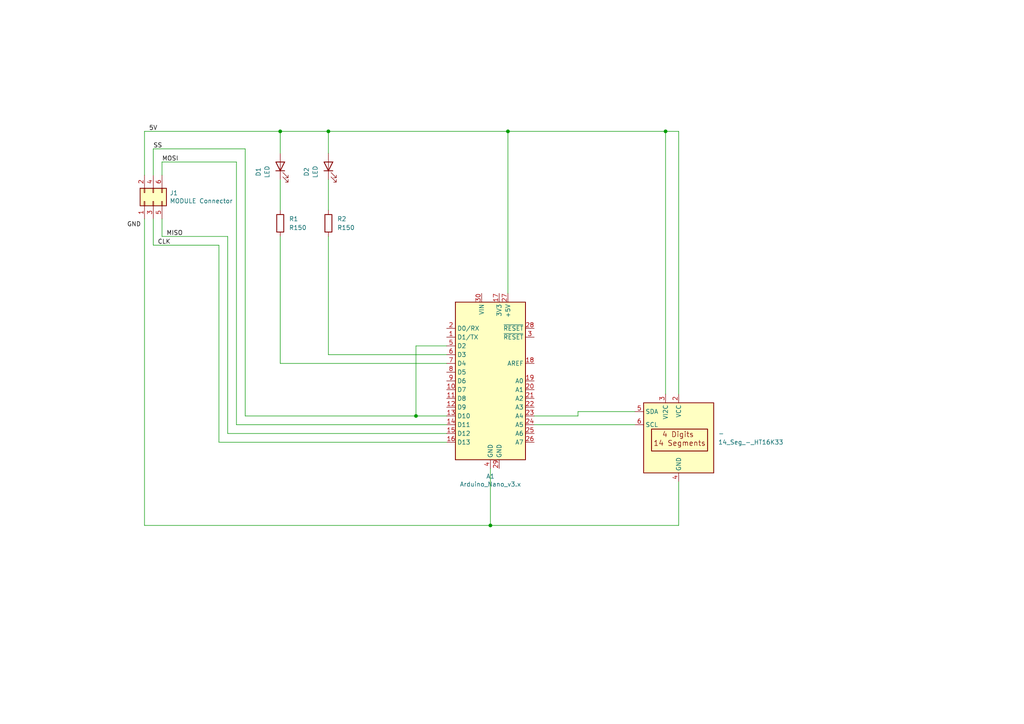
<source format=kicad_sch>
(kicad_sch (version 20211123) (generator eeschema)
  (paper "A4")
  (title_block (title "Schaltplan Modul Clock (01)") (date "14.12.2022"))
  (lib_symbols
    (symbol "Connector_Generic:Conn_02x03_Odd_Even" (pin_names (offset 1.016) hide)
      (property "Reference" "J" (at 1.27 5.08 0))
      (property "Value" "Conn_02x03_Odd_Even" (at 1.27 -5.08 0))
      (symbol "Conn_02x03_Odd_Even_1_1"
        (rectangle (start -1.27 -2.413) (end 0 -2.667) (stroke (width 0.1524)))
        (rectangle (start -1.27 0.127) (end 0 -0.127) (stroke (width 0.1524)))
        (rectangle (start -1.27 2.667) (end 0 2.413) (stroke (width 0.1524)))
        (rectangle (start -1.27 3.81) (end 3.81 -3.81) (stroke (width 0.254)) (fill (type background)))
        (rectangle (start 3.81 -2.413) (end 2.54 -2.667) (stroke (width 0.1524)))
        (rectangle (start 3.81 0.127) (end 2.54 -0.127) (stroke (width 0.1524)))
        (rectangle (start 3.81 2.667) (end 2.54 2.413) (stroke (width 0.1524)))
        (pin passive line (at -5.08 2.54 0) (length 3.81) (name "Pin_1") (number "1"))
        (pin passive line (at 7.62 2.54 180) (length 3.81) (name "Pin_2") (number "2"))
        (pin passive line (at -5.08 0 0) (length 3.81) (name "Pin_3") (number "3"))
        (pin passive line (at 7.62 0 180) (length 3.81) (name "Pin_4") (number "4"))
        (pin passive line (at -5.08 -2.54 0) (length 3.81) (name "Pin_5") (number "5"))
        (pin passive line (at 7.62 -2.54 180) (length 3.81) (name "Pin_6") (number "6"))
      )
    )
    (symbol "Device:LED" (pin_numbers hide) (pin_names (offset 1.016) hide)
      (property "Reference" "D" (at 0 2.54 0))
      (property "Value" "LED" (at 0 -2.54 0))
      (symbol "LED_0_1"
        (polyline (pts (xy -1.27 -1.27) (xy -1.27 1.27)) (stroke (width 0.254)))
        (polyline (pts (xy -1.27 0) (xy 1.27 0)))
        (polyline (pts (xy 1.27 -1.27) (xy 1.27 1.27) (xy -1.27 0) (xy 1.27 -1.27)) (stroke (width 0.254)))
        (polyline (pts (xy -3.048 -0.762) (xy -4.572 -2.286) (xy -3.81 -2.286) (xy -4.572 -2.286) (xy -4.572 -1.524)))
        (polyline (pts (xy -1.778 -0.762) (xy -3.302 -2.286) (xy -2.54 -2.286) (xy -3.302 -2.286) (xy -3.302 -1.524)))
      )
      (symbol "LED_1_1"
        (pin passive line (at -3.81 0 0) (length 2.54) (name "K") (number "1"))
        (pin passive line (at 3.81 0 180) (length 2.54) (name "A") (number "2"))
      )
    )
    (symbol "Device:R" (pin_numbers hide) (pin_names (offset 0))
      (property "Reference" "R" (at 2.032 0 90))
      (property "Value" "R" (at 0 0 90))
      (symbol "R_0_1"
        (rectangle (start -1.016 -2.54) (end 1.016 2.54) (stroke (width 0.254)))
      )
      (symbol "R_1_1"
        (pin passive line (at 0 3.81 270) (length 1.27) (name "~") (number "1"))
        (pin passive line (at 0 -3.81 90) (length 1.27) (name "~") (number "2"))
      )
    )
    (symbol "MCU_Module:Arduino_Nano_v3.x"
      (property "Reference" "A" (at -10.16 23.495 0))
      (property "Value" "Arduino_Nano_v3.x" (at 5.08 -24.13 0))
      (symbol "Arduino_Nano_v3.x_0_1"
        (rectangle (start -10.16 22.86) (end 10.16 -22.86) (stroke (width 0.254)) (fill (type background)))
      )
      (symbol "Arduino_Nano_v3.x_1_1"
        (pin bidirectional line (at -12.7 12.7 0) (length 2.54) (name "D1/TX") (number "1"))
        (pin bidirectional line (at -12.7 -2.54 0) (length 2.54) (name "D7") (number "10"))
        (pin bidirectional line (at -12.7 -5.08 0) (length 2.54) (name "D8") (number "11"))
        (pin bidirectional line (at -12.7 -7.62 0) (length 2.54) (name "D9") (number "12"))
        (pin bidirectional line (at -12.7 -10.16 0) (length 2.54) (name "D10") (number "13"))
        (pin bidirectional line (at -12.7 -12.7 0) (length 2.54) (name "D11") (number "14"))
        (pin bidirectional line (at -12.7 -15.24 0) (length 2.54) (name "D12") (number "15"))
        (pin bidirectional line (at -12.7 -17.78 0) (length 2.54) (name "D13") (number "16"))
        (pin power_out line (at 2.54 25.4 270) (length 2.54) (name "3V3") (number "17"))
        (pin input line (at 12.7 5.08 180) (length 2.54) (name "AREF") (number "18"))
        (pin bidirectional line (at 12.7 0 180) (length 2.54) (name "A0") (number "19"))
        (pin bidirectional line (at -12.7 15.24 0) (length 2.54) (name "D0/RX") (number "2"))
        (pin bidirectional line (at 12.7 -2.54 180) (length 2.54) (name "A1") (number "20"))
        (pin bidirectional line (at 12.7 -5.08 180) (length 2.54) (name "A2") (number "21"))
        (pin bidirectional line (at 12.7 -7.62 180) (length 2.54) (name "A3") (number "22"))
        (pin bidirectional line (at 12.7 -10.16 180) (length 2.54) (name "A4") (number "23"))
        (pin bidirectional line (at 12.7 -12.7 180) (length 2.54) (name "A5") (number "24"))
        (pin bidirectional line (at 12.7 -15.24 180) (length 2.54) (name "A6") (number "25"))
        (pin bidirectional line (at 12.7 -17.78 180) (length 2.54) (name "A7") (number "26"))
        (pin power_out line (at 5.08 25.4 270) (length 2.54) (name "+5V") (number "27"))
        (pin input line (at 12.7 15.24 180) (length 2.54) (name "~{RESET}") (number "28"))
        (pin power_in line (at 2.54 -25.4 90) (length 2.54) (name "GND") (number "29"))
        (pin input line (at 12.7 12.7 180) (length 2.54) (name "~{RESET}") (number "3"))
        (pin power_in line (at -2.54 25.4 270) (length 2.54) (name "VIN") (number "30"))
        (pin power_in line (at 0 -25.4 90) (length 2.54) (name "GND") (number "4"))
        (pin bidirectional line (at -12.7 10.16 0) (length 2.54) (name "D2") (number "5"))
        (pin bidirectional line (at -12.7 7.62 0) (length 2.54) (name "D3") (number "6"))
        (pin bidirectional line (at -12.7 5.08 0) (length 2.54) (name "D4") (number "7"))
        (pin bidirectional line (at -12.7 2.54 0) (length 2.54) (name "D5") (number "8"))
        (pin bidirectional line (at -12.7 0 0) (length 2.54) (name "D6") (number "9"))
      )
    )
    (symbol "New_Library:14_Seg_-_HT16K33"
      (property "Reference" "U" (at -8.89 11.43 0))
      (property "Value" "14_Seg_-_HT16K33" (at 3.556 11.684 0))
      (symbol "14_Seg_-_HT16K33_0_0"
        (rectangle (start -7.874 2.54) (end 8.382 -3.81) (stroke (width 0.254)))
        (text "14 Segments" (at -7.366 -1.524 0) (effects (font (size 1.524 1.524)) (justify left)))
        (text "4 Digits" (at -4.826 1.016 0) (effects (font (size 1.524 1.524)) (justify left)))
      )
      (symbol "14_Seg_-_HT16K33_0_1"
        (rectangle (start -10.16 10.16) (end 10.16 -10.16) (stroke (width 0.254)) (fill (type background)))
      )
      (symbol "14_Seg_-_HT16K33_1_1"
        (pin power_in line (at 0 12.7 270) (length 2.54) (name "VCC") (number "2"))
        (pin input line (at -3.81 12.7 270) (length 2.54) (name "VI2C") (number "3"))
        (pin power_in line (at 0 -12.7 90) (length 2.54) (name "GND") (number "4"))
        (pin bidirectional line (at -12.7 7.62 0) (length 2.54) (name "SDA") (number "5"))
        (pin input line (at -12.7 3.81 0) (length 2.54) (name "SCL") (number "6"))
      )
    )
  )
  (junction (at 142.24 152.4))
  (junction (at 81.28 38.1))
  (junction (at 95.25 38.1))
  (junction (at 120.65 120.65))
  (junction (at 147.32 38.1))
  (junction (at 193.04 38.1))
  (wire (pts (xy 81.28 68.58) (xy 81.28 105.41)))
  (wire (pts (xy 46.99 50.8) (xy 46.99 46.99)))
  (wire (pts (xy 41.91 152.4) (xy 142.24 152.4)))
  (wire (pts (xy 196.85 152.4) (xy 196.85 139.7)))
  (wire (pts (xy 167.64 120.65) (xy 154.94 120.65)))
  (wire (pts (xy 71.12 43.18) (xy 71.12 120.65)))
  (wire (pts (xy 81.28 105.41) (xy 129.54 105.41)))
  (wire (pts (xy 95.25 38.1) (xy 147.32 38.1)))
  (wire (pts (xy 184.15 119.38) (xy 167.64 119.38)))
  (wire (pts (xy 196.85 38.1) (xy 196.85 114.3)))
  (wire (pts (xy 167.64 119.38) (xy 167.64 120.65)))
  (wire (pts (xy 95.25 102.87) (xy 129.54 102.87)))
  (wire (pts (xy 81.28 52.07) (xy 81.28 60.96)))
  (wire (pts (xy 66.04 125.73) (xy 129.54 125.73)))
  (wire (pts (xy 41.91 50.8) (xy 41.91 38.1)))
  (wire (pts (xy 120.65 120.65) (xy 129.54 120.65)))
  (wire (pts (xy 41.91 63.5) (xy 41.91 152.4)))
  (wire (pts (xy 41.91 38.1) (xy 81.28 38.1)))
  (wire (pts (xy 95.25 52.07) (xy 95.25 60.96)))
  (wire (pts (xy 46.99 46.99) (xy 68.58 46.99)))
  (wire (pts (xy 120.65 100.33) (xy 129.54 100.33)))
  (wire (pts (xy 81.28 38.1) (xy 95.25 38.1)))
  (wire (pts (xy 142.24 152.4) (xy 196.85 152.4)))
  (wire (pts (xy 95.25 68.58) (xy 95.25 102.87)))
  (wire (pts (xy 193.04 114.3) (xy 193.04 38.1)))
  (wire (pts (xy 46.99 68.58) (xy 66.04 68.58)))
  (wire (pts (xy 71.12 120.65) (xy 120.65 120.65)))
  (wire (pts (xy 44.45 63.5) (xy 44.45 71.12)))
  (wire (pts (xy 63.5 128.27) (xy 129.54 128.27)))
  (wire (pts (xy 147.32 38.1) (xy 147.32 85.09)))
  (wire (pts (xy 154.94 123.19) (xy 184.15 123.19)))
  (wire (pts (xy 44.45 50.8) (xy 44.45 43.18)))
  (wire (pts (xy 68.58 46.99) (xy 68.58 123.19)))
  (wire (pts (xy 68.58 123.19) (xy 129.54 123.19)))
  (wire (pts (xy 44.45 71.12) (xy 63.5 71.12)))
  (wire (pts (xy 66.04 68.58) (xy 66.04 125.73)))
  (wire (pts (xy 81.28 38.1) (xy 81.28 44.45)))
  (wire (pts (xy 120.65 120.65) (xy 120.65 100.33)))
  (wire (pts (xy 95.25 38.1) (xy 95.25 44.45)))
  (wire (pts (xy 142.24 152.4) (xy 142.24 135.89)))
  (wire (pts (xy 193.04 38.1) (xy 196.85 38.1)))
  (wire (pts (xy 147.32 38.1) (xy 193.04 38.1)))
  (wire (pts (xy 63.5 71.12) (xy 63.5 128.27)))
  (wire (pts (xy 44.45 43.18) (xy 71.12 43.18)))
  (wire (pts (xy 46.99 63.5) (xy 46.99 68.58)))
  (label "5V" (at 43.18 38.1 0))
  (label "GND" (at 36.83 66.04 0))
  (label "SS" (at 44.45 43.18 0))
  (label "MOSI" (at 46.99 46.99 0))
  (label "MISO" (at 48.26 68.58 0))
  (label "CLK" (at 45.72 71.12 0))
  (symbol (lib_id "Connector_Generic:Conn_02x03_Odd_Even") (at 44.45 58.42 90) (unit 1)
    (property "Reference" "J1" (at 49.2252 55.9816 90) (effects (justify right)))
    (property "Value" "MODULE Connector" (at 49.2252 58.293 90) (effects (justify right)))
  )
  (symbol (lib_id "MCU_Module:Arduino_Nano_v3.x") (at 142.24 110.49 0) (unit 1)
    (property "Reference" "A1" (at 142.24 138.1506 0))
    (property "Value" "Arduino_Nano_v3.x" (at 142.24 140.462 0))
    (property "Footprint" "Module:Arduino_Nano" (effects hide))
    (property "Datasheet" "http://www.mouser.com/pdfdocs/Gravitech_Arduino_Nano3_0.pdf" (effects hide))
  )
  (symbol (lib_id "Device:LED") (at 81.28 48.26 90) (unit 1)
    (property "Reference" "D1" (at 74.93 49.8475 0))
    (property "Value" "LED" (at 77.47 49.8475 0))
  )
  (symbol (lib_id "Device:R") (at 81.28 64.77 0) (unit 1)
    (property "Reference" "R1" (at 83.82 63.4999 0) (effects (justify left)))
    (property "Value" "R150" (at 83.82 66.0399 0) (effects (justify left)))
  )
  (symbol (lib_id "Device:R") (at 95.25 64.77 0) (unit 1)
    (property "Reference" "R2" (at 97.79 63.4999 0) (effects (justify left)))
    (property "Value" "R150" (at 97.79 66.0399 0) (effects (justify left)))
  )
  (symbol (lib_id "Device:LED") (at 95.25 48.26 90) (unit 1)
    (property "Reference" "D2" (at 88.9 49.8475 0))
    (property "Value" "LED" (at 91.44 49.8475 0))
  )
  (symbol (lib_id "New_Library:14_Seg_-_HT16K33") (at 196.85 127 0) (unit 1)
    (property "Reference" "-" (at 208.28 125.7299 0) (effects (justify left)))
    (property "Value" "14_Seg_-_HT16K33" (at 208.28 128.2699 0) (effects (justify left)))
  )
)
</source>
